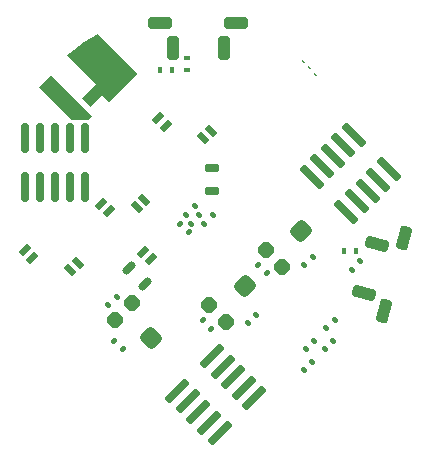
<source format=gbp>
G04*
G04 #@! TF.GenerationSoftware,Altium Limited,Altium Designer,20.0.13 (296)*
G04*
G04 Layer_Color=128*
%FSLAX44Y44*%
%MOMM*%
G71*
G01*
G75*
G04:AMPARAMS|DCode=19|XSize=0.4mm|YSize=0.5mm|CornerRadius=0.05mm|HoleSize=0mm|Usage=FLASHONLY|Rotation=45.000|XOffset=0mm|YOffset=0mm|HoleType=Round|Shape=RoundedRectangle|*
%AMROUNDEDRECTD19*
21,1,0.4000,0.4000,0,0,45.0*
21,1,0.3000,0.5000,0,0,45.0*
1,1,0.1000,0.2475,-0.0354*
1,1,0.1000,0.0354,-0.2475*
1,1,0.1000,-0.2475,0.0354*
1,1,0.1000,-0.0354,0.2475*
%
%ADD19ROUNDEDRECTD19*%
G04:AMPARAMS|DCode=20|XSize=0.7mm|YSize=1.25mm|CornerRadius=0.175mm|HoleSize=0mm|Usage=FLASHONLY|Rotation=135.000|XOffset=0mm|YOffset=0mm|HoleType=Round|Shape=RoundedRectangle|*
%AMROUNDEDRECTD20*
21,1,0.7000,0.9000,0,0,135.0*
21,1,0.3500,1.2500,0,0,135.0*
1,1,0.3500,0.1945,0.4419*
1,1,0.3500,0.4419,0.1945*
1,1,0.3500,-0.1945,-0.4419*
1,1,0.3500,-0.4419,-0.1945*
%
%ADD20ROUNDEDRECTD20*%
G04:AMPARAMS|DCode=21|XSize=0.4mm|YSize=0.5mm|CornerRadius=0.05mm|HoleSize=0mm|Usage=FLASHONLY|Rotation=180.000|XOffset=0mm|YOffset=0mm|HoleType=Round|Shape=RoundedRectangle|*
%AMROUNDEDRECTD21*
21,1,0.4000,0.4000,0,0,180.0*
21,1,0.3000,0.5000,0,0,180.0*
1,1,0.1000,-0.1500,0.2000*
1,1,0.1000,0.1500,0.2000*
1,1,0.1000,0.1500,-0.2000*
1,1,0.1000,-0.1500,-0.2000*
%
%ADD21ROUNDEDRECTD21*%
G04:AMPARAMS|DCode=22|XSize=0.4mm|YSize=0.5mm|CornerRadius=0.05mm|HoleSize=0mm|Usage=FLASHONLY|Rotation=315.000|XOffset=0mm|YOffset=0mm|HoleType=Round|Shape=RoundedRectangle|*
%AMROUNDEDRECTD22*
21,1,0.4000,0.4000,0,0,315.0*
21,1,0.3000,0.5000,0,0,315.0*
1,1,0.1000,-0.0354,-0.2475*
1,1,0.1000,-0.2475,-0.0354*
1,1,0.1000,0.0354,0.2475*
1,1,0.1000,0.2475,0.0354*
%
%ADD22ROUNDEDRECTD22*%
G04:AMPARAMS|DCode=38|XSize=0.4mm|YSize=0.5mm|CornerRadius=0.05mm|HoleSize=0mm|Usage=FLASHONLY|Rotation=90.000|XOffset=0mm|YOffset=0mm|HoleType=Round|Shape=RoundedRectangle|*
%AMROUNDEDRECTD38*
21,1,0.4000,0.4000,0,0,90.0*
21,1,0.3000,0.5000,0,0,90.0*
1,1,0.1000,0.2000,0.1500*
1,1,0.1000,0.2000,-0.1500*
1,1,0.1000,-0.2000,-0.1500*
1,1,0.1000,-0.2000,0.1500*
%
%ADD38ROUNDEDRECTD38*%
G04:AMPARAMS|DCode=41|XSize=0.5mm|YSize=1mm|CornerRadius=0mm|HoleSize=0mm|Usage=FLASHONLY|Rotation=225.000|XOffset=0mm|YOffset=0mm|HoleType=Round|Shape=Rectangle|*
%AMROTATEDRECTD41*
4,1,4,-0.1768,0.5303,0.5303,-0.1768,0.1768,-0.5303,-0.5303,0.1768,-0.1768,0.5303,0.0*
%
%ADD41ROTATEDRECTD41*%

G04:AMPARAMS|DCode=105|XSize=1.2mm|YSize=1.2mm|CornerRadius=0.3mm|HoleSize=0mm|Usage=FLASHONLY|Rotation=225.000|XOffset=0mm|YOffset=0mm|HoleType=Round|Shape=RoundedRectangle|*
%AMROUNDEDRECTD105*
21,1,1.2000,0.6000,0,0,225.0*
21,1,0.6000,1.2000,0,0,225.0*
1,1,0.6000,-0.4243,0.0000*
1,1,0.6000,0.0000,0.4243*
1,1,0.6000,0.4243,0.0000*
1,1,0.6000,0.0000,-0.4243*
%
%ADD105ROUNDEDRECTD105*%
G04:AMPARAMS|DCode=106|XSize=1.6mm|YSize=1.5mm|CornerRadius=0.375mm|HoleSize=0mm|Usage=FLASHONLY|Rotation=225.000|XOffset=0mm|YOffset=0mm|HoleType=Round|Shape=RoundedRectangle|*
%AMROUNDEDRECTD106*
21,1,1.6000,0.7500,0,0,225.0*
21,1,0.8500,1.5000,0,0,225.0*
1,1,0.7500,-0.5657,-0.0354*
1,1,0.7500,0.0354,0.5657*
1,1,0.7500,0.5657,0.0354*
1,1,0.7500,-0.0354,-0.5657*
%
%ADD106ROUNDEDRECTD106*%
G04:AMPARAMS|DCode=107|XSize=1.2mm|YSize=1.2mm|CornerRadius=0.3mm|HoleSize=0mm|Usage=FLASHONLY|Rotation=135.000|XOffset=0mm|YOffset=0mm|HoleType=Round|Shape=RoundedRectangle|*
%AMROUNDEDRECTD107*
21,1,1.2000,0.6000,0,0,135.0*
21,1,0.6000,1.2000,0,0,135.0*
1,1,0.6000,0.0000,0.4243*
1,1,0.6000,0.4243,0.0000*
1,1,0.6000,0.0000,-0.4243*
1,1,0.6000,-0.4243,0.0000*
%
%ADD107ROUNDEDRECTD107*%
G04:AMPARAMS|DCode=108|XSize=1.6mm|YSize=1.5mm|CornerRadius=0.375mm|HoleSize=0mm|Usage=FLASHONLY|Rotation=135.000|XOffset=0mm|YOffset=0mm|HoleType=Round|Shape=RoundedRectangle|*
%AMROUNDEDRECTD108*
21,1,1.6000,0.7500,0,0,135.0*
21,1,0.8500,1.5000,0,0,135.0*
1,1,0.7500,-0.0354,0.5657*
1,1,0.7500,0.5657,-0.0354*
1,1,0.7500,0.0354,-0.5657*
1,1,0.7500,-0.5657,0.0354*
%
%ADD108ROUNDEDRECTD108*%
G04:AMPARAMS|DCode=109|XSize=0.5mm|YSize=1mm|CornerRadius=0mm|HoleSize=0mm|Usage=FLASHONLY|Rotation=135.000|XOffset=0mm|YOffset=0mm|HoleType=Round|Shape=Rectangle|*
%AMROTATEDRECTD109*
4,1,4,0.5303,0.1768,-0.1768,-0.5303,-0.5303,-0.1768,0.1768,0.5303,0.5303,0.1768,0.0*
%
%ADD109ROTATEDRECTD109*%

G04:AMPARAMS|DCode=110|XSize=0.7mm|YSize=1.25mm|CornerRadius=0.175mm|HoleSize=0mm|Usage=FLASHONLY|Rotation=90.000|XOffset=0mm|YOffset=0mm|HoleType=Round|Shape=RoundedRectangle|*
%AMROUNDEDRECTD110*
21,1,0.7000,0.9000,0,0,90.0*
21,1,0.3500,1.2500,0,0,90.0*
1,1,0.3500,0.4500,0.1750*
1,1,0.3500,0.4500,-0.1750*
1,1,0.3500,-0.4500,-0.1750*
1,1,0.3500,-0.4500,0.1750*
%
%ADD110ROUNDEDRECTD110*%
G04:AMPARAMS|DCode=111|XSize=0.3mm|YSize=0.1mm|CornerRadius=0.025mm|HoleSize=0mm|Usage=FLASHONLY|Rotation=135.000|XOffset=0mm|YOffset=0mm|HoleType=Round|Shape=RoundedRectangle|*
%AMROUNDEDRECTD111*
21,1,0.3000,0.0500,0,0,135.0*
21,1,0.2500,0.1000,0,0,135.0*
1,1,0.0500,-0.0707,0.1061*
1,1,0.0500,0.1061,-0.0707*
1,1,0.0500,0.0707,-0.1061*
1,1,0.0500,-0.1061,0.0707*
%
%ADD111ROUNDEDRECTD111*%
G04:AMPARAMS|DCode=112|XSize=0.6mm|YSize=2.5mm|CornerRadius=0.15mm|HoleSize=0mm|Usage=FLASHONLY|Rotation=225.000|XOffset=0mm|YOffset=0mm|HoleType=Round|Shape=RoundedRectangle|*
%AMROUNDEDRECTD112*
21,1,0.6000,2.2000,0,0,225.0*
21,1,0.3000,2.5000,0,0,225.0*
1,1,0.3000,-0.8839,0.6718*
1,1,0.3000,-0.6718,0.8839*
1,1,0.3000,0.8839,-0.6718*
1,1,0.3000,0.6718,-0.8839*
%
%ADD112ROUNDEDRECTD112*%
G04:AMPARAMS|DCode=113|XSize=0.6mm|YSize=2.5mm|CornerRadius=0.15mm|HoleSize=0mm|Usage=FLASHONLY|Rotation=0.000|XOffset=0mm|YOffset=0mm|HoleType=Round|Shape=RoundedRectangle|*
%AMROUNDEDRECTD113*
21,1,0.6000,2.2000,0,0,0.0*
21,1,0.3000,2.5000,0,0,0.0*
1,1,0.3000,0.1500,-1.1000*
1,1,0.3000,-0.1500,-1.1000*
1,1,0.3000,-0.1500,1.1000*
1,1,0.3000,0.1500,1.1000*
%
%ADD113ROUNDEDRECTD113*%
G04:AMPARAMS|DCode=114|XSize=0.6mm|YSize=2.5mm|CornerRadius=0.15mm|HoleSize=0mm|Usage=FLASHONLY|Rotation=135.000|XOffset=0mm|YOffset=0mm|HoleType=Round|Shape=RoundedRectangle|*
%AMROUNDEDRECTD114*
21,1,0.6000,2.2000,0,0,135.0*
21,1,0.3000,2.5000,0,0,135.0*
1,1,0.3000,0.6718,0.8839*
1,1,0.3000,0.8839,0.6718*
1,1,0.3000,-0.6718,-0.8839*
1,1,0.3000,-0.8839,-0.6718*
%
%ADD114ROUNDEDRECTD114*%
G04:AMPARAMS|DCode=115|XSize=1mm|YSize=2mm|CornerRadius=0.25mm|HoleSize=0mm|Usage=FLASHONLY|Rotation=165.000|XOffset=0mm|YOffset=0mm|HoleType=Round|Shape=RoundedRectangle|*
%AMROUNDEDRECTD115*
21,1,1.0000,1.5000,0,0,165.0*
21,1,0.5000,2.0000,0,0,165.0*
1,1,0.5000,-0.0474,0.7892*
1,1,0.5000,0.4356,0.6597*
1,1,0.5000,0.0474,-0.7892*
1,1,0.5000,-0.4356,-0.6597*
%
%ADD115ROUNDEDRECTD115*%
G04:AMPARAMS|DCode=116|XSize=1mm|YSize=2mm|CornerRadius=0.25mm|HoleSize=0mm|Usage=FLASHONLY|Rotation=75.000|XOffset=0mm|YOffset=0mm|HoleType=Round|Shape=RoundedRectangle|*
%AMROUNDEDRECTD116*
21,1,1.0000,1.5000,0,0,75.0*
21,1,0.5000,2.0000,0,0,75.0*
1,1,0.5000,0.7892,0.0474*
1,1,0.5000,0.6597,-0.4356*
1,1,0.5000,-0.7892,-0.0474*
1,1,0.5000,-0.6597,0.4356*
%
%ADD116ROUNDEDRECTD116*%
G04:AMPARAMS|DCode=117|XSize=1mm|YSize=2mm|CornerRadius=0.25mm|HoleSize=0mm|Usage=FLASHONLY|Rotation=270.000|XOffset=0mm|YOffset=0mm|HoleType=Round|Shape=RoundedRectangle|*
%AMROUNDEDRECTD117*
21,1,1.0000,1.5000,0,0,270.0*
21,1,0.5000,2.0000,0,0,270.0*
1,1,0.5000,-0.7500,-0.2500*
1,1,0.5000,-0.7500,0.2500*
1,1,0.5000,0.7500,0.2500*
1,1,0.5000,0.7500,-0.2500*
%
%ADD117ROUNDEDRECTD117*%
G04:AMPARAMS|DCode=118|XSize=1mm|YSize=2mm|CornerRadius=0.25mm|HoleSize=0mm|Usage=FLASHONLY|Rotation=180.000|XOffset=0mm|YOffset=0mm|HoleType=Round|Shape=RoundedRectangle|*
%AMROUNDEDRECTD118*
21,1,1.0000,1.5000,0,0,180.0*
21,1,0.5000,2.0000,0,0,180.0*
1,1,0.5000,-0.2500,0.7500*
1,1,0.5000,0.2500,0.7500*
1,1,0.5000,0.2500,-0.7500*
1,1,0.5000,-0.2500,-0.7500*
%
%ADD118ROUNDEDRECTD118*%
G36*
X1379480Y1209520D02*
X1355120Y1185161D01*
X1349141Y1191141D01*
X1339536Y1181535D01*
X1332536Y1188536D01*
X1344220Y1200220D01*
X1319277Y1225164D01*
X1325221Y1229721D01*
X1333700Y1236220D01*
X1345983Y1243017D01*
X1379480Y1209520D01*
D02*
G37*
G36*
X1340497Y1173503D02*
X1337008Y1170000D01*
X1324000Y1170000D01*
X1296000Y1198000D01*
X1306000Y1208000D01*
X1340497Y1173503D01*
D02*
G37*
G54D19*
X1520465Y1047465D02*
D03*
X1527536Y1054536D02*
D03*
X1472465Y998465D02*
D03*
X1479536Y1005536D02*
D03*
X1361535Y1020536D02*
D03*
X1354465Y1013465D02*
D03*
X1424245Y1082465D02*
D03*
X1431315Y1089536D02*
D03*
X1427535Y1097193D02*
D03*
X1420464Y1090122D02*
D03*
X1435558Y1082465D02*
D03*
X1442629Y1089536D02*
D03*
X1567536Y1050535D02*
D03*
X1560464Y1043465D02*
D03*
X1538965Y993964D02*
D03*
X1546035Y1001035D02*
D03*
X1545036Y983536D02*
D03*
X1537964Y976464D02*
D03*
X1521465Y976464D02*
D03*
X1528535Y983536D02*
D03*
X1519964Y958464D02*
D03*
X1527035Y965536D02*
D03*
G54D20*
X1372283Y1044717D02*
D03*
X1385718Y1031282D02*
D03*
G54D21*
X1408500Y1213000D02*
D03*
X1398500Y1213000D02*
D03*
X1564000Y1059000D02*
D03*
X1554000Y1059000D02*
D03*
G54D22*
X1481465Y1047535D02*
D03*
X1488535Y1040465D02*
D03*
X1434465Y1000535D02*
D03*
X1441535Y993465D02*
D03*
X1415465Y1082535D02*
D03*
X1422536Y1075464D02*
D03*
X1366535Y976465D02*
D03*
X1359465Y983536D02*
D03*
G54D38*
X1421000Y1223000D02*
D03*
Y1213000D02*
D03*
G54D41*
X1435000Y1155000D02*
D03*
X1441364Y1161364D02*
D03*
X1378500Y1096500D02*
D03*
X1384864Y1102864D02*
D03*
X1322000Y1043000D02*
D03*
X1328364Y1049364D02*
D03*
G54D105*
X1501808Y1045908D02*
D03*
X1487666Y1060050D02*
D03*
X1454121Y999322D02*
D03*
X1439979Y1013464D02*
D03*
G54D106*
X1517717Y1075960D02*
D03*
X1470031Y1029374D02*
D03*
G54D107*
X1360201Y1001314D02*
D03*
X1374343Y1015456D02*
D03*
G54D108*
X1390253Y985404D02*
D03*
G54D109*
X1390535Y1052464D02*
D03*
X1384172Y1058829D02*
D03*
X1348293Y1099328D02*
D03*
X1354657Y1092964D02*
D03*
X1396672Y1171829D02*
D03*
X1403035Y1165464D02*
D03*
X1283672Y1059828D02*
D03*
X1290036Y1053464D02*
D03*
G54D110*
X1442000Y1129500D02*
D03*
X1442000Y1110500D02*
D03*
G54D111*
X1519000Y1219000D02*
D03*
X1529000Y1208000D02*
D03*
X1524000Y1214000D02*
D03*
G54D112*
X1553514Y1148986D02*
D03*
X1562494Y1157967D02*
D03*
X1544533Y1140006D02*
D03*
X1591980Y1128480D02*
D03*
X1574020Y1110519D02*
D03*
X1526573Y1122046D02*
D03*
X1535553Y1131026D02*
D03*
X1556059Y1092559D02*
D03*
X1565039Y1101540D02*
D03*
X1583000Y1119500D02*
D03*
G54D113*
X1322002Y1113150D02*
D03*
X1334702D02*
D03*
X1296602D02*
D03*
X1309302D02*
D03*
X1283902D02*
D03*
Y1154850D02*
D03*
X1309302D02*
D03*
X1334702D02*
D03*
X1322002D02*
D03*
X1296602D02*
D03*
G54D114*
X1478172Y934607D02*
D03*
X1460212Y952568D02*
D03*
X1448686Y905121D02*
D03*
X1430726Y923081D02*
D03*
X1442251Y970528D02*
D03*
X1451232Y961548D02*
D03*
X1469192Y943587D02*
D03*
X1412765Y941041D02*
D03*
X1421745Y932062D02*
D03*
X1439706Y914101D02*
D03*
G54D115*
X1604757Y1070142D02*
D03*
X1588193Y1008323D02*
D03*
G54D116*
X1570496Y1023417D02*
D03*
X1581626Y1064952D02*
D03*
G54D117*
X1398500Y1252500D02*
D03*
X1462500D02*
D03*
G54D118*
X1452500Y1231500D02*
D03*
X1409500D02*
D03*
M02*

</source>
